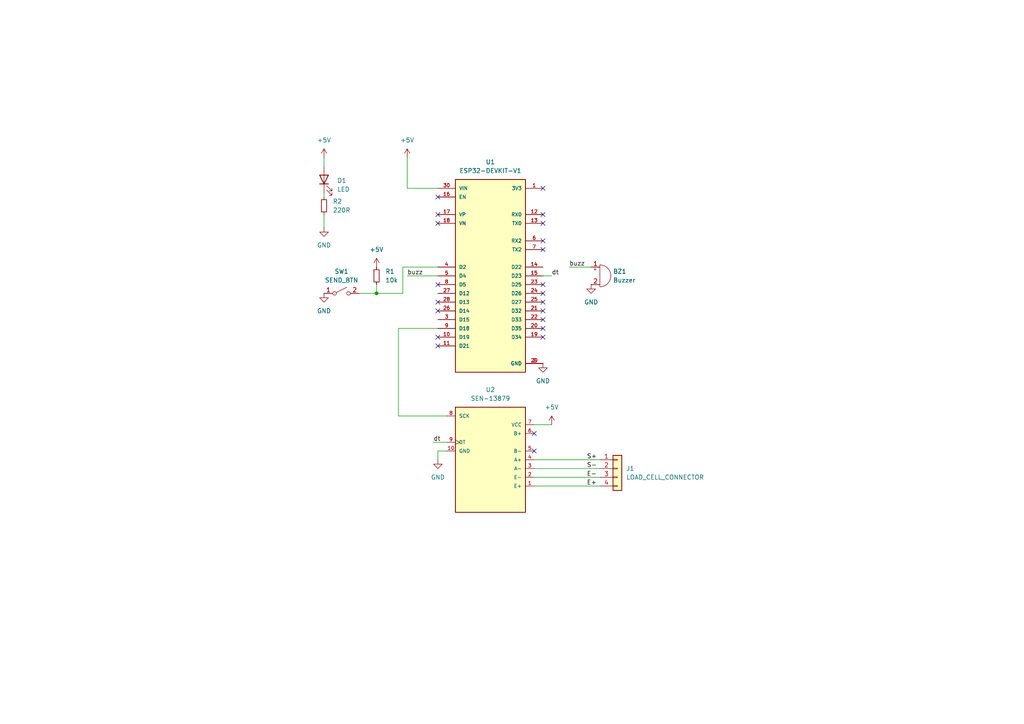
<source format=kicad_sch>
(kicad_sch (version 20231120) (generator "eeschema") (generator_version "8.0")
  (paper "A4")
  (lib_symbols
    (symbol "Connector_Generic:Conn_01x04" (pin_names (offset 1.016) hide)
      (property "Reference" "J" (at 0 5.08 0))
      (property "Value" "Conn_01x04" (at 0 -7.62 0))
      (symbol "Conn_01x04_1_1"
        (rectangle (start -1.27 -4.953) (end 0 -5.207) (stroke (width 0.1524)))
        (rectangle (start -1.27 -2.413) (end 0 -2.667) (stroke (width 0.1524)))
        (rectangle (start -1.27 0.127) (end 0 -0.127) (stroke (width 0.1524)))
        (rectangle (start -1.27 2.667) (end 0 2.413) (stroke (width 0.1524)))
        (rectangle (start -1.27 3.81) (end 1.27 -6.35) (stroke (width 0.254)) (fill (type background)))
        (pin passive line (at -5.08 2.54 0) (length 3.81) (name "Pin_1") (number "1"))
        (pin passive line (at -5.08 0 0) (length 3.81) (name "Pin_2") (number "2"))
        (pin passive line (at -5.08 -2.54 0) (length 3.81) (name "Pin_3") (number "3"))
        (pin passive line (at -5.08 -5.08 0) (length 3.81) (name "Pin_4") (number "4"))
      )
    )
    (symbol "Device:Buzzer" (pin_names (offset 0.0254) hide)
      (property "Reference" "BZ" (at 3.81 1.27 0))
      (property "Value" "Buzzer" (at 3.81 -1.27 0))
      (symbol "Buzzer_0_1"
        (arc (start 0 -3.175) (mid 3.1612 0) (end 0 3.175))
        (polyline (pts (xy -1.651 1.905) (xy -1.143 1.905)))
        (polyline (pts (xy -1.397 2.159) (xy -1.397 1.651)))
        (polyline (pts (xy 0 3.175) (xy 0 -3.175)))
      )
      (symbol "Buzzer_1_1"
        (pin passive line (at -2.54 2.54 0) (length 2.54) (name "+") (number "1"))
        (pin passive line (at -2.54 -2.54 0) (length 2.54) (name "-") (number "2"))
      )
    )
    (symbol "Device:LED" (pin_numbers hide) (pin_names (offset 1.016) hide)
      (property "Reference" "D" (at 0 2.54 0))
      (property "Value" "LED" (at 0 -2.54 0))
      (symbol "LED_0_1"
        (polyline (pts (xy -1.27 -1.27) (xy -1.27 1.27)) (stroke (width 0.254)))
        (polyline (pts (xy -1.27 0) (xy 1.27 0)))
        (polyline (pts (xy 1.27 -1.27) (xy 1.27 1.27) (xy -1.27 0) (xy 1.27 -1.27)) (stroke (width 0.254)))
        (polyline (pts (xy -3.048 -0.762) (xy -4.572 -2.286) (xy -3.81 -2.286) (xy -4.572 -2.286) (xy -4.572 -1.524)))
        (polyline (pts (xy -1.778 -0.762) (xy -3.302 -2.286) (xy -2.54 -2.286) (xy -3.302 -2.286) (xy -3.302 -1.524)))
      )
      (symbol "LED_1_1"
        (pin passive line (at -3.81 0 0) (length 2.54) (name "K") (number "1"))
        (pin passive line (at 3.81 0 180) (length 2.54) (name "A") (number "2"))
      )
    )
    (symbol "Device:R_Small" (pin_numbers hide) (pin_names (offset 0.254) hide)
      (property "Reference" "R" (at 0.762 0.508 0))
      (property "Value" "R_Small" (at 0.762 -1.016 0))
      (symbol "R_Small_0_1"
        (rectangle (start -0.762 1.778) (end 0.762 -1.778) (stroke (width 0.2032)))
      )
      (symbol "R_Small_1_1"
        (pin passive line (at 0 2.54 270) (length 0.762) (name "~") (number "1"))
        (pin passive line (at 0 -2.54 90) (length 0.762) (name "~") (number "2"))
      )
    )
    (symbol "ESP32-DEVKIT-V1:ESP32-DEVKIT-V1" (pin_names (offset 1.016))
      (property "Reference" "U" (at -10.16 30.48 0))
      (property "Value" "ESP32-DEVKIT-V1" (at -10.16 -30.48 0))
      (symbol "ESP32-DEVKIT-V1_0_0"
        (rectangle (start -10.16 -27.94) (end 10.16 27.94) (stroke (width 0.254)) (fill (type background)))
        (pin output line (at 15.24 25.4 180) (length 5.08) (name "3V3") (number "1"))
        (pin bidirectional line (at -15.24 -17.78 0) (length 5.08) (name "D19") (number "10"))
        (pin bidirectional line (at -15.24 -20.32 0) (length 5.08) (name "D21") (number "11"))
        (pin input line (at 15.24 17.78 180) (length 5.08) (name "RX0") (number "12"))
        (pin output line (at 15.24 15.24 180) (length 5.08) (name "TX0") (number "13"))
        (pin bidirectional line (at 15.24 2.54 180) (length 5.08) (name "D22") (number "14"))
        (pin bidirectional line (at 15.24 0 180) (length 5.08) (name "D23") (number "15"))
        (pin input line (at -15.24 22.86 0) (length 5.08) (name "EN") (number "16"))
        (pin bidirectional line (at -15.24 17.78 0) (length 5.08) (name "VP") (number "17"))
        (pin bidirectional line (at -15.24 15.24 0) (length 5.08) (name "VN") (number "18"))
        (pin bidirectional line (at 15.24 -17.78 180) (length 5.08) (name "D34") (number "19"))
        (pin power_in line (at 15.24 -25.4 180) (length 5.08) (name "GND") (number "2"))
        (pin bidirectional line (at 15.24 -15.24 180) (length 5.08) (name "D35") (number "20"))
        (pin bidirectional line (at 15.24 -10.16 180) (length 5.08) (name "D32") (number "21"))
        (pin bidirectional line (at 15.24 -12.7 180) (length 5.08) (name "D33") (number "22"))
        (pin bidirectional line (at 15.24 -2.54 180) (length 5.08) (name "D25") (number "23"))
        (pin bidirectional line (at 15.24 -5.08 180) (length 5.08) (name "D26") (number "24"))
        (pin bidirectional line (at 15.24 -7.62 180) (length 5.08) (name "D27") (number "25"))
        (pin bidirectional line (at -15.24 -10.16 0) (length 5.08) (name "D14") (number "26"))
        (pin bidirectional line (at -15.24 -5.08 0) (length 5.08) (name "D12") (number "27"))
        (pin bidirectional line (at -15.24 -7.62 0) (length 5.08) (name "D13") (number "28"))
        (pin power_in line (at 15.24 -25.4 180) (length 5.08) (name "GND") (number "29"))
        (pin bidirectional line (at -15.24 -12.7 0) (length 5.08) (name "D15") (number "3"))
        (pin input line (at -15.24 25.4 0) (length 5.08) (name "VIN") (number "30"))
        (pin bidirectional line (at -15.24 2.54 0) (length 5.08) (name "D2") (number "4"))
        (pin bidirectional line (at -15.24 0 0) (length 5.08) (name "D4") (number "5"))
        (pin input line (at 15.24 10.16 180) (length 5.08) (name "RX2") (number "6"))
        (pin output line (at 15.24 7.62 180) (length 5.08) (name "TX2") (number "7"))
        (pin bidirectional line (at -15.24 -2.54 0) (length 5.08) (name "D5") (number "8"))
        (pin bidirectional line (at -15.24 -15.24 0) (length 5.08) (name "D18") (number "9"))
      )
    )
    (symbol "SEN-13879:SEN-13879" (pin_names (offset 1.016))
      (property "Reference" "U" (at -10.172 15.8938 0))
      (property "Value" "SEN-13879" (at -10.1639 -17.7868 0))
      (symbol "SEN-13879_0_0"
        (rectangle (start -10.16 -15.24) (end 10.16 15.24) (stroke (width 0.254)) (fill (type background)))
      )
      (symbol "SEN-13879_1_0"
        (pin bidirectional line (at -12.7 7.62 0) (length 2.54) (name "E+") (number "1"))
        (pin output line (at 12.7 -2.54 180) (length 2.54) (name "GND") (number "10"))
        (pin bidirectional line (at -12.7 5.08 0) (length 2.54) (name "E-") (number "2"))
        (pin input line (at -12.7 2.54 0) (length 2.54) (name "A-") (number "3"))
        (pin input line (at -12.7 0 0) (length 2.54) (name "A+") (number "4"))
        (pin bidirectional line (at -12.7 -2.54 0) (length 2.54) (name "B-") (number "5"))
        (pin input line (at -12.7 -7.62 0) (length 2.54) (name "B+") (number "6"))
        (pin input line (at -12.7 -10.16 0) (length 2.54) (name "VCC") (number "7"))
        (pin power_in line (at 12.7 -12.7 180) (length 2.54) (name "SCK") (number "8"))
        (pin input clock (at 12.7 -5.08 180) (length 2.54) (name "DT") (number "9"))
      )
    )
    (symbol "Switch:SW_SPST" (pin_names (offset 0) hide)
      (property "Reference" "SW" (at 0 3.175 0))
      (property "Value" "SW_SPST" (at 0 -2.54 0))
      (symbol "SW_SPST_0_0"
        (circle (center -2.032 0) (radius 0.508))
        (polyline (pts (xy -1.524 0.254) (xy 1.524 1.778)))
        (circle (center 2.032 0) (radius 0.508))
      )
      (symbol "SW_SPST_1_1"
        (pin passive line (at -5.08 0 0) (length 2.54) (name "A") (number "1"))
        (pin passive line (at 5.08 0 180) (length 2.54) (name "B") (number "2"))
      )
    )
    (symbol "power:+5V" (power) (pin_numbers hide) (pin_names (offset 0) hide)
      (property "Value" "+5V" (at 0 3.556 0))
      (symbol "+5V_0_1"
        (polyline (pts (xy -0.762 1.27) (xy 0 2.54)))
        (polyline (pts (xy 0 0) (xy 0 2.54)))
        (polyline (pts (xy 0 2.54) (xy 0.762 1.27)))
      )
      (symbol "+5V_1_1"
        (pin power_in line (at 0 0 90) (length 0) (name "~") (number "1"))
      )
    )
    (symbol "power:GND" (power) (pin_numbers hide) (pin_names (offset 0) hide)
      (property "Value" "GND" (at 0 -3.81 0))
      (symbol "GND_0_1"
        (polyline (pts (xy 0 0) (xy 0 -1.27) (xy 1.27 -1.27) (xy 0 -2.54) (xy -1.27 -1.27) (xy 0 -1.27)))
      )
      (symbol "GND_1_1"
        (pin power_in line (at 0 0 270) (length 0) (name "~") (number "1"))
      )
    )
  )
  (junction (at 109.22 85.09))
  (no_connect (at 127 97.79))
  (no_connect (at 127 87.63))
  (no_connect (at 157.48 92.71))
  (no_connect (at 127 100.33))
  (no_connect (at 127 57.15))
  (no_connect (at 127 82.55))
  (no_connect (at 157.48 69.85))
  (no_connect (at 157.48 90.17))
  (no_connect (at 127 64.77))
  (no_connect (at 157.48 97.79))
  (no_connect (at 154.94 125.73))
  (no_connect (at 157.48 85.09))
  (no_connect (at 157.48 87.63))
  (no_connect (at 157.48 62.23))
  (no_connect (at 157.48 95.25))
  (no_connect (at 127 90.17))
  (no_connect (at 157.48 64.77))
  (no_connect (at 154.94 130.81))
  (no_connect (at 127 62.23))
  (no_connect (at 157.48 72.39))
  (no_connect (at 157.48 82.55))
  (no_connect (at 157.48 54.61))
  (wire (pts (xy 116.84 85.09) (xy 116.84 77.47)))
  (wire (pts (xy 116.84 77.47) (xy 127 77.47)))
  (wire (pts (xy 125.73 128.27) (xy 129.54 128.27)))
  (wire (pts (xy 160.02 80.01) (xy 157.48 80.01)))
  (wire (pts (xy 129.54 120.65) (xy 115.57 120.65)))
  (wire (pts (xy 93.98 57.15) (xy 93.98 55.88)))
  (wire (pts (xy 154.94 140.97) (xy 173.99 140.97)))
  (wire (pts (xy 118.11 45.72) (xy 118.11 54.61)))
  (wire (pts (xy 115.57 120.65) (xy 115.57 95.25)))
  (wire (pts (xy 154.94 133.35) (xy 173.99 133.35)))
  (wire (pts (xy 93.98 45.72) (xy 93.98 48.26)))
  (wire (pts (xy 154.94 123.19) (xy 160.02 123.19)))
  (wire (pts (xy 109.22 82.55) (xy 109.22 85.09)))
  (wire (pts (xy 93.98 66.04) (xy 93.98 62.23)))
  (wire (pts (xy 109.22 85.09) (xy 104.14 85.09)))
  (wire (pts (xy 127 54.61) (xy 118.11 54.61)))
  (wire (pts (xy 115.57 95.25) (xy 127 95.25)))
  (wire (pts (xy 127 133.35) (xy 127 130.81)))
  (wire (pts (xy 154.94 135.89) (xy 173.99 135.89)))
  (wire (pts (xy 165.1 77.47) (xy 171.45 77.47)))
  (wire (pts (xy 109.22 85.09) (xy 116.84 85.09)))
  (wire (pts (xy 118.11 80.01) (xy 127 80.01)))
  (wire (pts (xy 154.94 138.43) (xy 173.99 138.43)))
  (wire (pts (xy 127 130.81) (xy 129.54 130.81)))
  (label "dt" (at 160.02 80.01 0))
  (label "E+" (at 170.18 140.97 0))
  (label "buzz" (at 165.1 77.47 0))
  (label "S+" (at 170.18 133.35 0))
  (label "buzz" (at 118.11 80.01 0))
  (label "S-" (at 170.18 135.89 0))
  (label "E-" (at 170.18 138.43 0))
  (label "dt" (at 125.73 128.27 0))
  (symbol (lib_id "ESP32-DEVKIT-V1:ESP32-DEVKIT-V1") (at 142.24 80.01 0) (unit 1)
    (property "Reference" "U1" (at 142.24 46.99 0))
    (property "Value" "ESP32-DEVKIT-V1" (at 142.24 49.53 0))
    (property "Footprint" "ESP32-DEVKIT-V1:MODULE_ESP32_DEVKIT_V1" (effects (hide yes)))
    (property "MF" "Do it" (effects (hide yes)))
    (property "MAXIMUM_PACKAGE_HEIGHT" "6.8 mm" (effects (hide yes)))
    (property "Package" "None" (effects (hide yes)))
    (property "Price" "None" (effects (hide yes)))
    (property "Check_prices" "https://www.snapeda.com/parts/ESP32-DEVKIT-V1/Do+it/view-part/?ref=eda" (effects (hide yes)))
    (property "STANDARD" "Manufacturer Recommendations" (effects (hide yes)))
    (property "PARTREV" "N/A" (effects (hide yes)))
    (property "SnapEDA_Link" "https://www.snapeda.com/parts/ESP32-DEVKIT-V1/Do+it/view-part/?ref=snap" (effects (hide yes)))
    (property "MP" "ESP32-DEVKIT-V1" (effects (hide yes)))
    (property "Description_1" "\nDual core, Wi-Fi: 2.4 GHz up to 150 Mbits/s,BLE (Bluetooth Low Energy) and legacy Bluetooth, 32 bits, Up to 240 MHz\n" (effects (hide yes)))
    (property "Availability" "Not in stock" (effects (hide yes)))
    (property "MANUFACTURER" "DOIT" (effects (hide yes)))
  )
  (symbol (lib_id "power:GND") (at 171.45 82.55 0) (unit 1)
    (property "Reference" "#PWR09" (effects (hide yes)))
    (property "Value" "GND" (at 171.45 87.63 0))
    (property "Description" "Power symbol creates a global label with name \"GND\" , ground" (effects (hide yes)))
  )
  (symbol (lib_id "power:+5V") (at 118.11 45.72 0) (unit 1)
    (property "Reference" "#PWR01" (effects (hide yes)))
    (property "Value" "+5V" (at 118.11 40.64 0))
    (property "Description" "Power symbol creates a global label with name \"+5V\"" (effects (hide yes)))
  )
  (symbol (lib_id "Device:R_Small") (at 93.98 59.69 0) (unit 1)
    (property "Reference" "R2" (at 96.52 58.4199 0) (effects (justify left)))
    (property "Value" "220R" (at 96.52 60.9599 0) (effects (justify left)))
    (property "Footprint" "Resistor_THT:R_Axial_DIN0204_L3.6mm_D1.6mm_P7.62mm_Horizontal" (effects (hide yes)))
    (property "Description" "Resistor, small symbol" (effects (hide yes)))
  )
  (symbol (lib_id "power:GND") (at 157.48 105.41 0) (unit 1)
    (property "Reference" "#PWR04" (effects (hide yes)))
    (property "Value" "GND" (at 157.48 110.49 0))
    (property "Description" "Power symbol creates a global label with name \"GND\" , ground" (effects (hide yes)))
  )
  (symbol (lib_id "Device:LED") (at 93.98 52.07 90) (unit 1)
    (property "Reference" "D1" (at 97.79 52.3874 90) (effects (justify right)))
    (property "Value" "LED" (at 97.79 54.9274 90) (effects (justify right)))
    (property "Footprint" "LED_THT:LED_D3.0mm" (effects (hide yes)))
    (property "Description" "Light emitting diode" (effects (hide yes)))
  )
  (symbol (lib_id "power:GND") (at 93.98 85.09 0) (unit 1)
    (property "Reference" "#PWR03" (effects (hide yes)))
    (property "Value" "GND" (at 93.98 90.17 0))
    (property "Description" "Power symbol creates a global label with name \"GND\" , ground" (effects (hide yes)))
  )
  (symbol (lib_id "power:+5V") (at 93.98 45.72 0) (unit 1)
    (property "Reference" "#PWR06" (effects (hide yes)))
    (property "Value" "+5V" (at 93.98 40.64 0))
    (property "Description" "Power symbol creates a global label with name \"+5V\"" (effects (hide yes)))
  )
  (symbol (lib_id "power:GND") (at 93.98 66.04 0) (unit 1)
    (property "Reference" "#PWR05" (effects (hide yes)))
    (property "Value" "GND" (at 93.98 71.12 0))
    (property "Description" "Power symbol creates a global label with name \"GND\" , ground" (effects (hide yes)))
  )
  (symbol (lib_id "Connector_Generic:Conn_01x04") (at 179.07 135.89 0) (unit 1)
    (property "Reference" "J1" (at 181.61 135.8899 0) (effects (justify left)))
    (property "Value" "LOAD_CELL_CONNECTOR" (at 181.61 138.4299 0) (effects (justify left)))
    (property "Footprint" "Connector_PinHeader_2.54mm:PinHeader_1x04_P2.54mm_Vertical" (effects (hide yes)))
    (property "Description" "Generic connector, single row, 01x04, script generated (kicad-library-utils/schlib/autogen/connector/)" (effects (hide yes)))
  )
  (symbol (lib_id "Device:R_Small") (at 109.22 80.01 0) (unit 1)
    (property "Reference" "R1" (at 111.76 78.7399 0) (effects (justify left)))
    (property "Value" "10k" (at 111.76 81.2799 0) (effects (justify left)))
    (property "Footprint" "Resistor_THT:R_Axial_DIN0204_L3.6mm_D1.6mm_P7.62mm_Horizontal" (effects (hide yes)))
    (property "Description" "Resistor, small symbol" (effects (hide yes)))
  )
  (symbol (lib_id "SEN-13879:SEN-13879") (at 142.24 133.35 180) (unit 1)
    (property "Reference" "U2" (at 142.24 113.03 0))
    (property "Value" "SEN-13879" (at 142.24 115.57 0))
    (property "Footprint" "HX711-MODULE:SPARKFUN_SEN-13879" (effects (hide yes)))
    (property "MF" "SparkFun" (effects (hide yes)))
    (property "Description_1" "\nExternal Input Sensor Amplifier -\n" (effects (hide yes)))
    (property "Package" "None" (effects (hide yes)))
    (property "Price" "None" (effects (hide yes)))
    (property "Check_prices" "https://www.snapeda.com/parts/SEN-13879/SparkFun+Electronics/view-part/?ref=eda" (effects (hide yes)))
    (property "STANDARD" "Manufacturer Recommendations" (effects (hide yes)))
    (property "SnapEDA_Link" "https://www.snapeda.com/parts/SEN-13879/SparkFun+Electronics/view-part/?ref=snap" (effects (hide yes)))
    (property "MP" "SEN-13879" (effects (hide yes)))
    (property "Purchase-URL" "https://www.snapeda.com/api/url_track_click_mouser/?unipart_id=563337&manufacturer=SparkFun&part_name=SEN-13879&search_term=hx711" (effects (hide yes)))
    (property "Availability" "In Stock" (effects (hide yes)))
    (property "MANUFACTURER" "SparkFun" (effects (hide yes)))
  )
  (symbol (lib_id "Device:Buzzer") (at 173.99 80.01 0) (unit 1)
    (property "Reference" "BZ1" (at 177.8 78.7399 0) (effects (justify left)))
    (property "Value" "Buzzer" (at 177.8 81.2799 0) (effects (justify left)))
    (property "Footprint" "Buzzer_Beeper:Buzzer_D14mm_H7mm_P10mm" (effects (hide yes)))
    (property "Description" "Buzzer, polarized" (effects (hide yes)))
  )
  (symbol (lib_id "Switch:SW_SPST") (at 99.06 85.09 0) (unit 1)
    (property "Reference" "SW1" (at 99.06 78.74 0))
    (property "Value" "SEND_BTN" (at 99.06 81.28 0))
    (property "Footprint" "Connector_PinHeader_2.54mm:PinHeader_1x02_P2.54mm_Vertical" (effects (hide yes)))
    (property "Description" "Single Pole Single Throw (SPST) switch" (effects (hide yes)))
  )
  (symbol (lib_id "power:+5V") (at 109.22 77.47 0) (unit 1)
    (property "Reference" "#PWR02" (effects (hide yes)))
    (property "Value" "+5V" (at 109.22 72.39 0))
    (property "Description" "Power symbol creates a global label with name \"+5V\"" (effects (hide yes)))
  )
  (symbol (lib_id "power:+5V") (at 160.02 123.19 0) (unit 1)
    (property "Reference" "#PWR08" (effects (hide yes)))
    (property "Value" "+5V" (at 160.02 118.11 0))
    (property "Description" "Power symbol creates a global label with name \"+5V\"" (effects (hide yes)))
  )
  (symbol (lib_id "power:GND") (at 127 133.35 0) (unit 1)
    (property "Reference" "#PWR07" (effects (hide yes)))
    (property "Value" "GND" (at 127 138.43 0))
    (property "Description" "Power symbol creates a global label with name \"GND\" , ground" (effects (hide yes)))
  )
)
</source>
